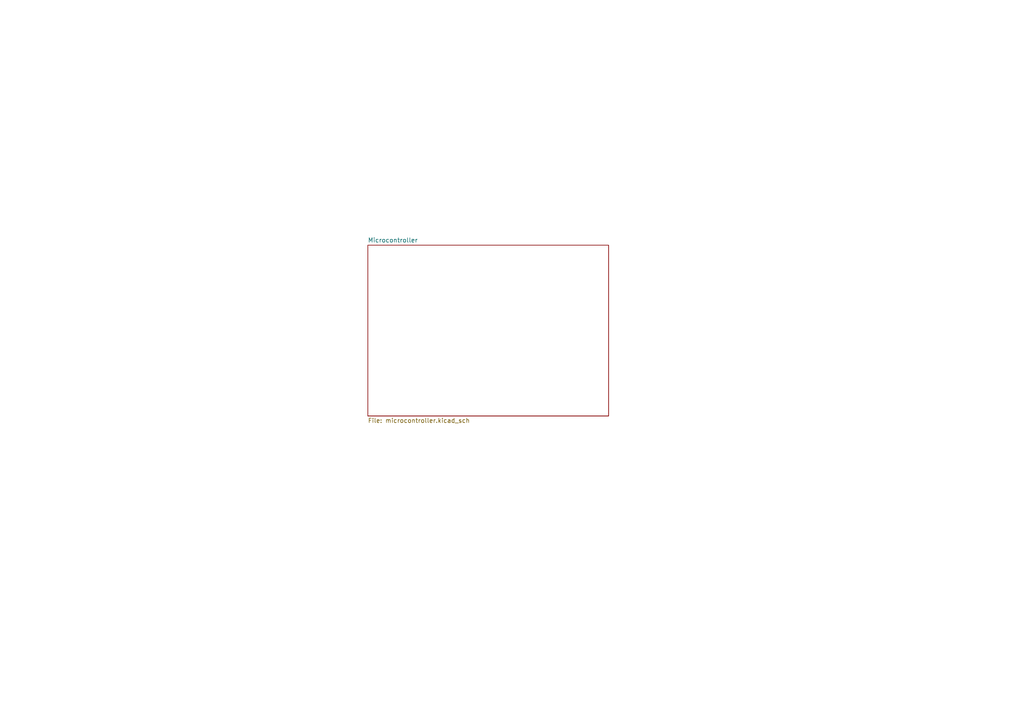
<source format=kicad_sch>
(kicad_sch (version 20230121) (generator eeschema)
  (paper "A4")
  (lib_symbols)
  (sheet (at 106.68 71.12) (size 69.85 49.53) (stroke (width 0.1524))
    (property "Sheetname" "Microcontroller" (at 106.68 70.4084 0) (effects (justify left bottom)))
    (property "Sheetfile" "microcontroller.kicad_sch" (at 106.68 121.2346 0) (effects (justify left top)))
  )
)
</source>
